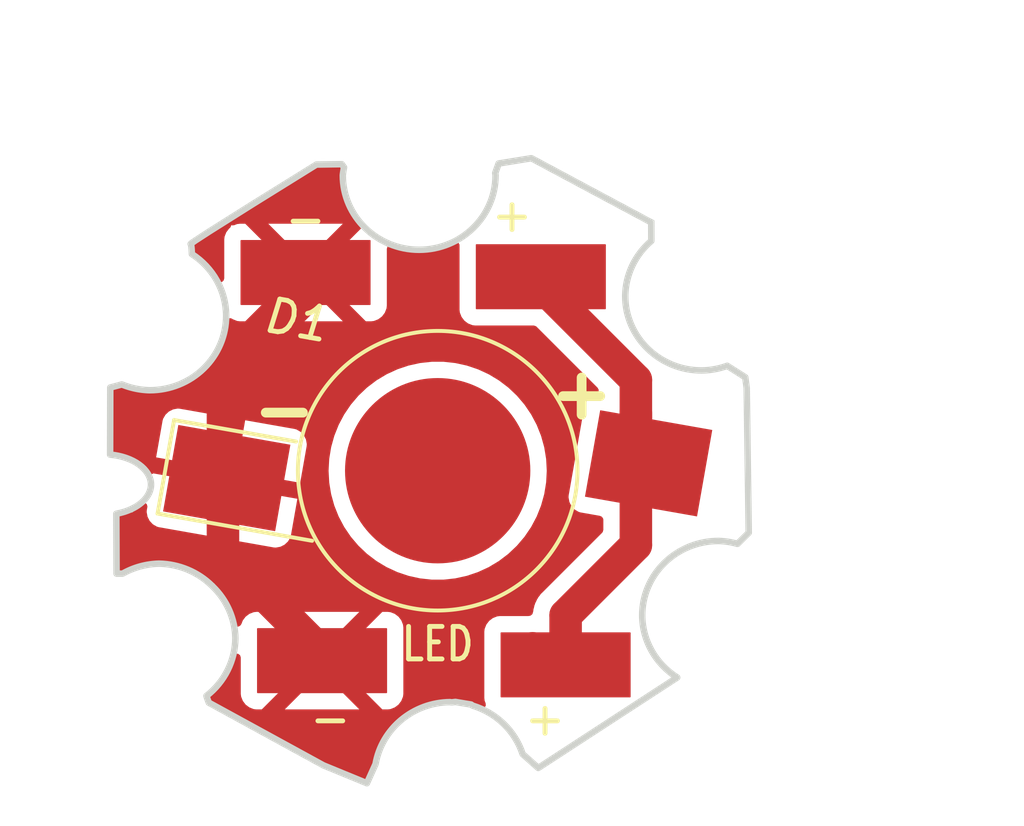
<source format=kicad_pcb>
(kicad_pcb (version 20221018) (generator pcbnew)
  (layers (0 "F.Cu" signal) (31 "B.Cu" signal) (34 "B.Paste" user) (35 "F.Paste" user) (36 "B.SilkS" user "B.Silkscreen") (37 "F.SilkS" user "F.Silkscreen") (38 "B.Mask" user) (39 "F.Mask" user) (44 "Edge.Cuts" user))
  (net 0 "")
  (net 1 "GND")
  (net 2 "VCC")
  (footprint "Library:Connector_WireSolderWirePad_1x01_SMD_2x4mm" (layer "F.Cu") (at 122.839 67.677)
    (fp_text reference "J1" hide)
    (fp_text value "+" (at 1.113 -2.907 unlocked) (layer "F.SilkS"))
    (pad "1" smd roundrect (at 2 -1) (size 4 2) (layers "F.Cu" "F.Paste" "F.Mask") (roundrect_rratio 0.01) (net 2 "VCC"))
  )
  (footprint "LED_SMD:LED_1W_3W_R8" (layer "F.Cu") (at 121.666 72.644 -10)
    (fp_text reference "D1" (at -5.08 -3.81 170) (layer "F.SilkS") (effects (font (thickness 0.15) italic)))
    (fp_text value "LED" (at 0.926239 5.252965 180) (layer "F.SilkS") (effects (font (size 1 0.8))))
    (fp_line (start -8.255 -0.127) (end -8.255 2.794) (stroke (width 0.12)) (layer "F.SilkS"))
    (fp_line (start -8.255 2.794) (end -3.429 2.794) (stroke (width 0.12)) (layer "F.SilkS"))
    (fp_line (start -4.445 -0.127) (end -8.255 -0.127) (stroke (width 0.12)) (layer "F.SilkS"))
    (fp_circle (center 0 0) (end -4.3 0) (stroke (width 0.12)) (fill none) (layer "F.SilkS"))
    (pad "1" smd rect (at -6.35 1.35 350) (size 3.5 2.7) (layers "F.Cu" "F.Paste" "F.Mask") (net 1 "GND"))
    (pad "2" smd rect (at 6.35 -1.35 350) (size 3.5 2.7) (layers "F.Cu" "F.Paste" "F.Mask") (net 2 "VCC"))
    (pad "3" smd circle (at 0 0 350) (size 5.7 5.7) (layers "F.Cu" "F.Paste" "F.Mask"))
  )
  (footprint "Library:Connector_WireSolderWirePad_1x01_SMD_2x4mm" (layer "F.Cu") (at 116.11 79.486)
    (fp_text reference "J4" hide)
    (fp_text value "-" (at 2.254 0.778 unlocked) (layer "F.SilkS"))
    (pad "1" smd roundrect (at 2 -1) (size 4 2) (layers "F.Cu" "F.Paste" "F.Mask") (roundrect_rratio 0.01) (net 1 "GND"))
  )
  (footprint "Library:Connector_WireSolderWirePad_1x01_SMD_2x4mm" (layer "F.Cu") (at 115.602 67.548)
    (fp_text reference "J5" hide)
    (fp_text value "-" (at 2 -2.653 unlocked) (layer "F.SilkS"))
    (pad "1" smd roundrect (at 2 -1) (size 4 2) (layers "F.Cu" "F.Paste" "F.Mask") (roundrect_rratio 0.01) (net 1 "GND"))
  )
  (footprint "Library:Connector_WireSolderWirePad_1x01_SMD_2x4mm" (layer "F.Cu") (at 123.601 79.615)
    (fp_text reference "J2" hide)
    (fp_text value "+" (at 1.367 0.649 unlocked) (layer "F.SilkS"))
    (pad "1" smd roundrect (at 2 -1) (size 4 2) (layers "F.Cu" "F.Paste" "F.Mask") (roundrect_rratio 0.01) (net 2 "VCC"))
  )
  (gr_poly (pts (xy 128.235272 65.006802) (xy 128.237393 65.575237) (xy 128.145807 65.657599) (xy 128.059243 65.744133) (xy 127.977808 65.834617) (xy 127.901609 65.928824) (xy 127.830751 66.026532) (xy 127.765342 66.127515) (xy 127.705488 66.23155) (xy 127.651295 66.338411) (xy 127.60287 66.447875) (xy 127.560319 66.559718) (xy 127.523749 66.673714) (xy 127.493267 66.78964) (xy 127.468978 66.907272) (xy 127.450989 67.026384) (xy 127.439407 67.146753) (xy 127.434338 67.268154) (xy 127.437398 67.386086) (xy 127.446474 67.50247) (xy 127.461419 67.617162) (xy 127.482085 67.730018) (xy 127.508324 67.840894) (xy 127.539988 67.949646) (xy 127.57693 68.05613) (xy 127.619003 68.160202) (xy 127.666059 68.261719) (xy 127.71795 68.360535) (xy 127.774528 68.456508) (xy 127.835646 68.549493) (xy 127.901157 68.639345) (xy 127.970912 68.725923) (xy 128.044765 68.80908) (xy 128.122567 68.888673) (xy 128.20417 68.964559) (xy 128.289428 69.036593) (xy 128.378193 69.104632) (xy 128.470317 69.16853) (xy 128.565652 69.228145) (xy 128.66405 69.283333) (xy 128.765365 69.333948) (xy 128.869449 69.379848) (xy 128.976153 69.420889) (xy 129.085331 69.456926) (xy 129.196834 69.487815) (xy 129.310515 69.513413) (xy 129.426227 69.533575) (xy 129.543822 69.548158) (xy 129.663152 69.557017) (xy 129.78407 69.560009) (xy 129.834433 69.558865) (xy 129.884719 69.55667) (xy 129.934911 69.553429) (xy 129.984991 69.549143) (xy 130.034942 69.543817) (xy 130.084748 69.537452) (xy 130.134392 69.530053) (xy 130.183857 69.521621) (xy 130.233126 69.512161) (xy 130.282183 69.501675) (xy 130.331009 69.490166) (xy 130.379589 69.477637) (xy 130.427905 69.464091) (xy 130.47594 69.449532) (xy 130.523679 69.433962) (xy 130.571103 69.417385) (xy 131.126095 69.769298) (xy 131.171063 70.097439) (xy 131.233075 74.551433) (xy 130.886837 74.894054) (xy 130.815748 74.87507) (xy 130.744137 74.858282) (xy 130.672056 74.843698) (xy 130.599558 74.831327) (xy 130.526697 74.821176) (xy 130.453523 74.813255) (xy 130.380092 74.807571) (xy 130.306454 74.804134) (xy 130.189918 74.806937) (xy 130.074173 74.815323) (xy 129.959412 74.829214) (xy 129.845827 74.848533) (xy 129.73361 74.8732) (xy 129.622955 74.90314) (xy 129.514054 74.938272) (xy 129.407099 74.978521) (xy 129.302284 75.023807) (xy 129.1998 75.074052) (xy 129.099841 75.12918) (xy 129.002598 75.189112) (xy 128.908265 75.25377) (xy 128.817034 75.323076) (xy 128.729099 75.396953) (xy 128.64465 75.475322) (xy 128.564286 75.557678) (xy 128.488527 75.643436) (xy 128.417455 75.732408) (xy 128.351148 75.824407) (xy 128.289687 75.919243) (xy 128.233152 76.016729) (xy 128.181621 76.116678) (xy 128.135176 76.2189) (xy 128.093896 76.323208) (xy 128.057861 76.429414) (xy 128.02715 76.53733) (xy 128.001845 76.646767) (xy 127.982023 76.757538) (xy 127.967766 76.869455) (xy 127.959154 76.982329) (xy 127.956265 77.095973) (xy 127.958033 77.16821) (xy 127.96211 77.240078) (xy 127.968471 77.311535) (xy 127.977091 77.382535) (xy 128.001005 77.522986) (xy 128.033652 77.661074) (xy 128.07483 77.796442) (xy 128.124337 77.928733) (xy 128.181973 78.05759) (xy 128.247534 78.182656) (xy 128.320821 78.303575) (xy 128.401631 78.419988) (xy 128.489763 78.53154) (xy 128.585016 78.637872) (xy 128.687187 78.738629) (xy 128.796076 78.833452) (xy 128.911481 78.921985) (xy 128.971563 78.963781) (xy 129.0332 79.003871) (xy 124.759565 81.786647) (xy 124.278974 81.358775) (xy 124.231291 81.227246) (xy 124.175889 81.099621) (xy 124.113038 80.976162) (xy 124.043005 80.85713) (xy 123.966062 80.742785) (xy 123.882477 80.633388) (xy 123.792519 80.5292) (xy 123.696458 80.430482) (xy 123.594563 80.337494) (xy 123.487104 80.250498) (xy 123.374349 80.169753) (xy 123.256567 80.095521) (xy 123.13403 80.028063) (xy 123.007004 79.967639) (xy 122.87576 79.914511) (xy 122.740568 79.868938) (xy 122.695097 79.836375) (xy 122.210889 79.755244) (xy 122.094099 79.769191) (xy 122.080941 79.767017) (xy 122.067768 79.764915) (xy 122.05458 79.762887) (xy 122.041379 79.760936) (xy 121.935634 79.764529) (xy 121.831004 79.772643) (xy 121.7276 79.785188) (xy 121.625531 79.802072) (xy 121.524907 79.823203) (xy 121.425837 79.848491) (xy 121.328431 79.877844) (xy 121.232799 79.91117) (xy 121.139049 79.948379) (xy 121.047293 79.989379) (xy 120.957639 80.034079) (xy 120.870198 80.082387) (xy 120.785078 80.134212) (xy 120.702389 80.189464) (xy 120.622241 80.248049) (xy 120.544744 80.309879) (xy 120.470007 80.37486) (xy 120.39814 80.442901) (xy 120.329252 80.513912) (xy 120.263453 80.587801) (xy 120.200853 80.664477) (xy 120.141561 80.743848) (xy 120.085687 80.825824) (xy 120.03334 80.910312) (xy 119.984631 80.997221) (xy 119.939668 81.086461) (xy 119.898562 81.17794) (xy 119.861422 81.271566) (xy 119.828357 81.367249) (xy 119.799478 81.464896) (xy 119.774893 81.564418) (xy 119.754713 81.665721) (xy 119.488569 82.25587) (xy 118.153776 81.707072) (xy 114.627882 79.779018) (xy 114.602301 79.711761) (xy 114.57847 79.644929) (xy 114.566169 79.60824) (xy 114.554518 79.571284) (xy 114.656187 79.487954) (xy 114.752337 79.399675) (xy 114.842834 79.306714) (xy 114.927542 79.209341) (xy 115.00633 79.107822) (xy 115.079062 79.002426) (xy 115.145605 78.89342) (xy 115.205824 78.781072) (xy 115.259586 78.66565) (xy 115.306757 78.547422) (xy 115.347202 78.426656) (xy 115.380788 78.303619) (xy 115.407381 78.178579) (xy 115.426847 78.051805) (xy 115.439052 77.923564) (xy 115.443861 77.794124) (xy 115.439005 77.68163) (xy 115.428549 77.569982) (xy 115.412572 77.45936) (xy 115.391155 77.349947) (xy 115.364378 77.241923) (xy 115.332321 77.135471) (xy 115.295064 77.030773) (xy 115.252688 76.928008) (xy 115.205272 76.82736) (xy 115.152897 76.729009) (xy 115.095643 76.633138) (xy 115.033591 76.539927) (xy 114.966819 76.449559) (xy 114.89541 76.362214) (xy 114.819442 76.278075) (xy 114.738997 76.197322) (xy 114.730742 76.185435) (xy 114.724562 76.182796) (xy 114.64189 76.105091) (xy 114.555799 76.031718) (xy 114.466471 75.962753) (xy 114.374091 75.898274) (xy 114.278842 75.838356) (xy 114.180906 75.783076) (xy 114.080468 75.73251) (xy 113.977711 75.686736) (xy 113.872818 75.64583) (xy 113.765972 75.609868) (xy 113.657357 75.578926) (xy 113.547156 75.553082) (xy 113.435552 75.532411) (xy 113.32273 75.516991) (xy 113.208871 75.506898) (xy 113.09416 75.502208) (xy 113.020543 75.5051) (xy 112.947181 75.510231) (xy 112.874126 75.517586) (xy 112.801431 75.527151) (xy 112.729146 75.538912) (xy 112.657324 75.552855) (xy 112.586015 75.568966) (xy 112.515273 75.58723) (xy 112.445147 75.607633) (xy 112.375691 75.630162) (xy 112.306955 75.654802) (xy 112.238991 75.681538) (xy 112.171851 75.710357) (xy 112.105586 75.741245) (xy 112.040248 75.774187) (xy 111.97589 75.809169) (xy 111.789854 75.809703) (xy 111.782637 73.967433) (xy 111.840507 73.956089) (xy 111.897524 73.943218) (xy 111.953617 73.928842) (xy 112.008715 73.912984) (xy 112.062747 73.895665) (xy 112.115643 73.876905) (xy 112.167331 73.856728) (xy 112.217741 73.835155) (xy 112.235854 73.833568) (xy 112.246718 73.822185) (xy 112.31577 73.787919) (xy 112.381116 73.751292) (xy 112.442656 73.712432) (xy 112.500286 73.671467) (xy 112.553904 73.628526) (xy 112.60341 73.583738) (xy 112.648699 73.537232) (xy 112.689671 73.489135) (xy 112.726223 73.439576) (xy 112.758253 73.388685) (xy 112.772541 73.362779) (xy 112.78566 73.336589) (xy 112.797597 73.310129) (xy 112.80834 73.283417) (xy 112.817876 73.256468) (xy 112.826193 73.229298) (xy 112.833276 73.201923) (xy 112.839115 73.174359) (xy 112.843695 73.146624) (xy 112.847005 73.118731) (xy 112.849031 73.090698) (xy 112.84976 73.062541) (xy 112.847032 73.019334) (xy 112.841311 72.976613) (xy 112.832659 72.934426) (xy 112.821141 72.892818) (xy 112.806818 72.851834) (xy 112.789754 72.811521) (xy 112.770013 72.771925) (xy 112.747657 72.733091) (xy 112.72275 72.695065) (xy 112.695354 72.657893) (xy 112.633351 72.586293) (xy 112.562153 72.518659) (xy 112.482264 72.455358) (xy 112.39419 72.396755) (xy 112.298437 72.343217) (xy 112.195508 72.295111) (xy 112.08591 72.252804) (xy 111.970148 72.216661) (xy 111.848726 72.187051) (xy 111.72215 72.164338) (xy 111.590926 72.148891) (xy 111.596083 70.086498) (xy 111.951613 69.990886) (xy 112.00288 70.011199) (xy 112.054573 70.030311) (xy 112.10667 70.048217) (xy 112.159148 70.064914) (xy 112.211986 70.080395) (xy 112.265161 70.094658) (xy 112.318651 70.107696) (xy 112.372433 70.119505) (xy 112.426485 70.13008) (xy 112.480786 70.139417) (xy 112.535312 70.147511) (xy 112.590041 70.154357) (xy 112.644951 70.159951) (xy 112.70002 70.164288) (xy 112.755226 70.167362) (xy 112.810545 70.16917) (xy 112.927078 70.166364) (xy 113.042821 70.157976) (xy 113.15758 70.144084) (xy 113.271164 70.124765) (xy 113.383379 70.100097) (xy 113.494033 70.070157) (xy 113.602933 70.035025) (xy 113.709887 69.994777) (xy 113.814702 69.949492) (xy 113.917185 69.899247) (xy 114.017144 69.84412) (xy 114.114386 69.784189) (xy 114.208719 69.719532) (xy 114.29995 69.650227) (xy 114.387886 69.576351) (xy 114.472334 69.497982) (xy 114.552701 69.415626) (xy 114.628461 69.329868) (xy 114.699535 69.240895) (xy 114.765842 69.148897) (xy 114.827304 69.054061) (xy 114.883839 68.956574) (xy 114.935369 68.856626) (xy 114.981814 68.754404) (xy 115.023093 68.650096) (xy 115.059127 68.54389) (xy 115.089837 68.435974) (xy 115.115142 68.326537) (xy 115.134962 68.215765) (xy 115.149218 68.103849) (xy 115.157831 67.990974) (xy 115.160719 67.87733) (xy 115.159088 67.805838) (xy 115.155193 67.734699) (xy 115.140712 67.593654) (xy 115.11747 67.454542) (xy 115.08566 67.317713) (xy 115.045475 67.183512) (xy 114.997108 67.052288) (xy 114.940754 66.92439) (xy 114.876604 66.800163) (xy 114.804854 66.679957) (xy 114.725695 66.564118) (xy 114.639322 66.452995) (xy 114.545927 66.346935) (xy 114.445704 66.246286) (xy 114.338847 66.151396) (xy 114.225548 66.062612) (xy 114.106001 65.980282) (xy 114.103674 65.922827) (xy 114.10084 65.867916) (xy 114.097401 65.816974) (xy 114.095425 65.793439) (xy 114.093262 65.771431) (xy 114.090899 65.751129) (xy 114.088325 65.732712) (xy 114.085528 65.716359) (xy 114.082494 65.702246) (xy 114.079213 65.690554) (xy 114.075672 65.681459) (xy 114.073801 65.677942) (xy 114.071859 65.675142) (xy 114.069847 65.67308) (xy 114.067763 65.67178) (xy 114.102392 65.640532) (xy 114.218628 65.560136) (xy 114.649646 65.280137) (xy 115.981951 64.440987) (xy 117.936262 63.227474) (xy 118.714506 63.216091) (xy 118.786345 63.3148) (xy 118.779977 63.344858) (xy 118.774026 63.374991) (xy 118.76849 63.405196) (xy 118.763371 63.435469) (xy 118.758668 63.465805) (xy 118.754383 63.496201) (xy 118.750517 63.526653) (xy 118.747068 63.557156) (xy 118.750129 63.675088) (xy 118.759205 63.791472) (xy 118.774149 63.906164) (xy 118.794815 64.01902) (xy 118.821054 64.129896) (xy 118.852719 64.238648) (xy 118.889661 64.345132) (xy 118.931734 64.449204) (xy 118.978791 64.550721) (xy 119.030682 64.649537) (xy 119.087261 64.74551) (xy 119.14838 64.838494) (xy 119.213891 64.928347) (xy 119.283648 65.014924) (xy 119.357501 65.098082) (xy 119.435304 65.177675) (xy 119.51691 65.253561) (xy 119.602169 65.325595) (xy 119.690936 65.393633) (xy 119.783061 65.457532) (xy 119.878399 65.517147) (xy 119.9768 65.572334) (xy 120.078118 65.62295) (xy 120.182204 65.66885) (xy 120.288912 65.709891) (xy 120.398093 65.745927) (xy 120.509601 65.776817) (xy 120.623286 65.802415) (xy 120.739003 65.822577) (xy 120.856602 65.837159) (xy 120.975937 65.846019) (xy 121.09686 65.84901) (xy 121.217776 65.846016) (xy 121.337105 65.837154) (xy 121.454698 65.822568) (xy 121.570408 65.802403) (xy 121.684088 65.776803) (xy 121.795589 65.745911) (xy 121.904765 65.709871) (xy 122.011467 65.668829) (xy 122.115549 65.622926) (xy 122.216861 65.572309) (xy 122.315258 65.517119) (xy 122.410591 65.457503) (xy 122.502712 65.393602) (xy 122.591474 65.325563) (xy 122.67673 65.253528) (xy 122.758331 65.177641) (xy 122.83613 65.098047) (xy 122.90998 65.014889) (xy 122.979733 64.928312) (xy 123.045241 64.838459) (xy 123.106356 64.745475) (xy 123.162932 64.649504) (xy 123.21482 64.550689) (xy 123.261873 64.449174) (xy 123.303943 64.345104) (xy 123.340883 64.238623) (xy 123.372544 64.129874) (xy 123.39878 64.019001) (xy 123.419443 63.906149) (xy 123.434385 63.791461) (xy 123.443458 63.675082) (xy 123.446516 63.557156) (xy 123.443992 63.540198) (xy 123.441343 63.523266) (xy 123.438568 63.506357) (xy 123.435667 63.489468) (xy 123.542112 63.194912) (xy 124.548261 63.032131)) (stroke (width 0.2)) (fill none) (layer "Edge.Cuts"))
  (gr_text "+" (at 124.968 71.12) (layer "F.SilkS") (effects (font (size 1.5 1.5) (thickness 0.3) bold) (justify left bottom)))
  (gr_text "-" (at 115.824 71.628) (layer "F.SilkS") (effects (font (size 1.5 1.5) (thickness 0.3) bold) (justify left bottom)))
  (segment (start 118.489 66.423) (end 115.062 69.85) (width 1) (layer "F.Cu") (net 1))
  (segment (start 118.11 78.236) (end 118.11 78.486) (width 1) (layer "F.Cu") (net 1))
  (segment (start 115.062 75.188) (end 118.11 78.236) (width 1) (layer "F.Cu") (net 1))
  (segment (start 115.062 69.85) (end 115.062 75.188) (width 1) (layer "F.Cu") (net 1))
  (segment (start 127.762 69.854) (end 124.331 66.423) (width 1) (layer "F.Cu") (net 2))
  (segment (start 125.601 77.091) (end 125.601 78.615) (width 1) (layer "F.Cu") (net 2))
  (segment (start 124.585 78.615) (end 124.585 78.107) (width 1) (layer "F.Cu") (net 2))
  (segment (start 127.762 71.294) (end 127.762 69.854) (width 1) (layer "F.Cu") (net 2))
  (segment (start 127.762 74.93) (end 125.601 77.091) (width 1) (layer "F.Cu") (net 2))
  (segment (start 127.762 70.866) (end 127.762 71.294) (width 0.25) (layer "F.Cu") (net 2))
  (segment (start 127.762 74.93) (end 127.762 70.866) (width 1) (layer "F.Cu") (net 2))
  (zone (net 1) (net_name "GND") (layer "F.Cu") (connect_pads (clearance 0.5)) (min_thickness 0.25) (fill yes (thermal_gap 0.5) (thermal_bridge_width 0.5))
    (polygon (pts (xy 108.204 59.436) (xy 108.966 83.566) (xy 139.7 82.804) (xy 134.366 58.166)))
  )
)
</source>
